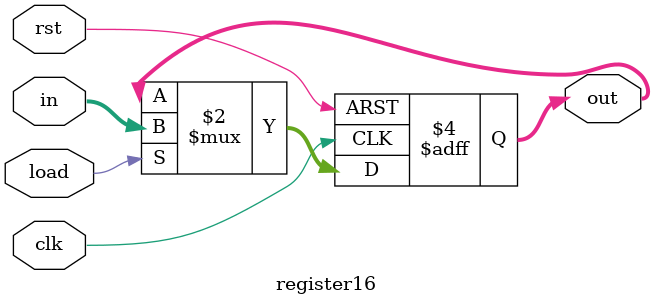
<source format=v>
module register16 (
    input wire clk,         
    input wire rst,    
    input wire load,      
    input wire [15:0] in,   
    output reg [15:0] out  // register since it holds state
);

    // Trigger on the rising edge of the clock or the reset
    always @(posedge clk or posedge rst) begin
        if (rst) begin
            // Asynchronous Reset: Clear output to 0
            out <= 16'b0;
        end 
        else if (load) begin
            // If load is high, update output with input data
            out <= in;
        end
        // If load is low, d_out maintains its previous value automatically
    end

endmodule
</source>
